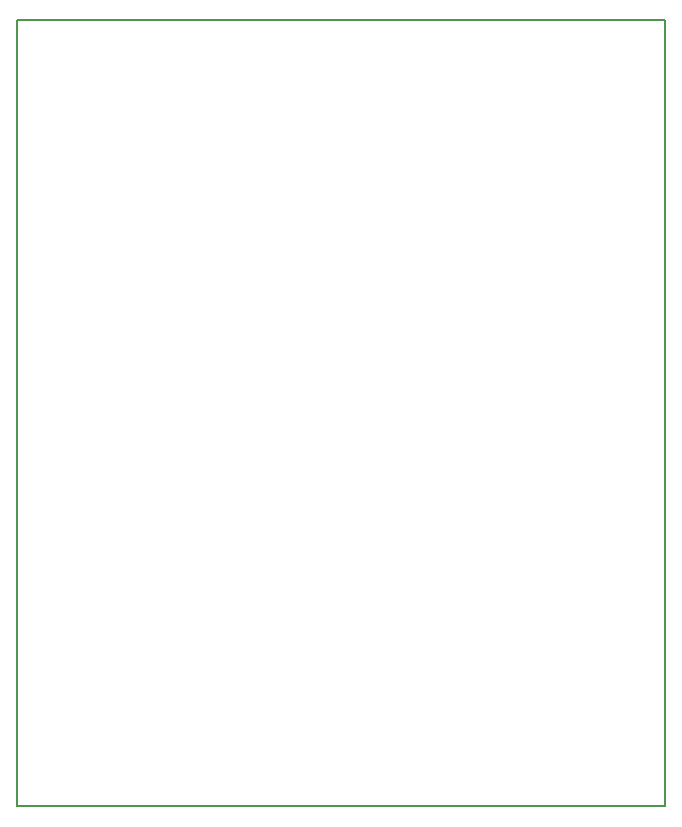
<source format=gm1>
G04 #@! TF.GenerationSoftware,KiCad,Pcbnew,(5.0.2)-1*
G04 #@! TF.CreationDate,2020-07-19T21:14:17-04:00*
G04 #@! TF.ProjectId,KiCad Schematic,4b694361-6420-4536-9368-656d61746963,rev?*
G04 #@! TF.SameCoordinates,Original*
G04 #@! TF.FileFunction,Profile,NP*
%FSLAX46Y46*%
G04 Gerber Fmt 4.6, Leading zero omitted, Abs format (unit mm)*
G04 Created by KiCad (PCBNEW (5.0.2)-1) date 7/19/2020 9:14:17 PM*
%MOMM*%
%LPD*%
G01*
G04 APERTURE LIST*
%ADD10C,0.150000*%
G04 APERTURE END LIST*
D10*
X13970000Y-138684000D02*
X13970000Y-72136000D01*
X68834000Y-138684000D02*
X13970000Y-138684000D01*
X68834000Y-72136000D02*
X68834000Y-138684000D01*
X13970000Y-72136000D02*
X68834000Y-72136000D01*
M02*

</source>
